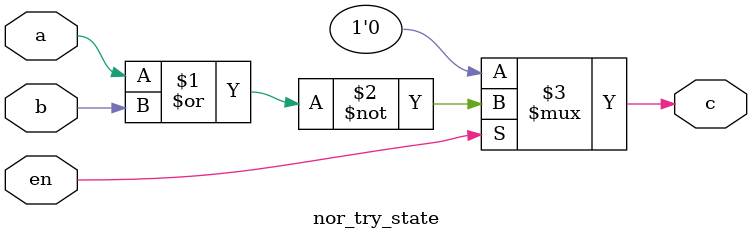
<source format=v>
module nor_try_state (
    input en,
    input a,
    input b,
    output c
);
    assign c = (en) ? ~(a | b): 1'b0;
endmodule
</source>
